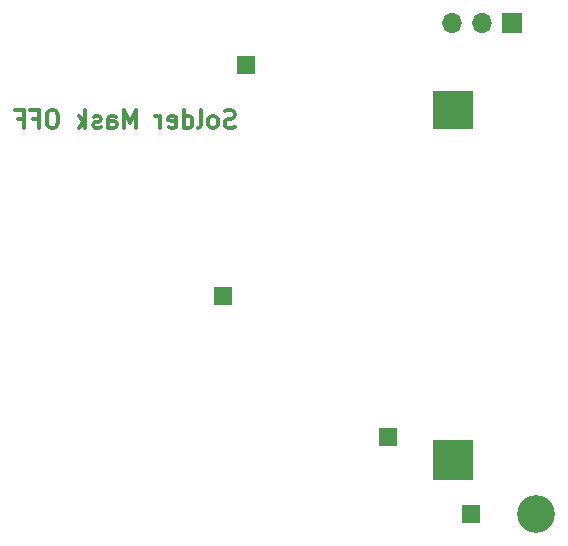
<source format=gbs>
G04 #@! TF.GenerationSoftware,KiCad,Pcbnew,8.0.4*
G04 #@! TF.CreationDate,2025-01-10T10:23:46-05:00*
G04 #@! TF.ProjectId,555 Blink-a-tron SMD,35353520-426c-4696-9e6b-2d612d74726f,rev?*
G04 #@! TF.SameCoordinates,Original*
G04 #@! TF.FileFunction,Soldermask,Bot*
G04 #@! TF.FilePolarity,Negative*
%FSLAX46Y46*%
G04 Gerber Fmt 4.6, Leading zero omitted, Abs format (unit mm)*
G04 Created by KiCad (PCBNEW 8.0.4) date 2025-01-10 10:23:46*
%MOMM*%
%LPD*%
G01*
G04 APERTURE LIST*
%ADD10C,0.300000*%
%ADD11R,1.500000X1.500000*%
%ADD12C,3.200000*%
%ADD13R,1.700000X1.700000*%
%ADD14O,1.700000X1.700000*%
%ADD15R,3.505000X3.250000*%
%ADD16R,3.505000X3.500000*%
G04 APERTURE END LIST*
D10*
X120016917Y-62729400D02*
X119802632Y-62800828D01*
X119802632Y-62800828D02*
X119445489Y-62800828D01*
X119445489Y-62800828D02*
X119302632Y-62729400D01*
X119302632Y-62729400D02*
X119231203Y-62657971D01*
X119231203Y-62657971D02*
X119159774Y-62515114D01*
X119159774Y-62515114D02*
X119159774Y-62372257D01*
X119159774Y-62372257D02*
X119231203Y-62229400D01*
X119231203Y-62229400D02*
X119302632Y-62157971D01*
X119302632Y-62157971D02*
X119445489Y-62086542D01*
X119445489Y-62086542D02*
X119731203Y-62015114D01*
X119731203Y-62015114D02*
X119874060Y-61943685D01*
X119874060Y-61943685D02*
X119945489Y-61872257D01*
X119945489Y-61872257D02*
X120016917Y-61729400D01*
X120016917Y-61729400D02*
X120016917Y-61586542D01*
X120016917Y-61586542D02*
X119945489Y-61443685D01*
X119945489Y-61443685D02*
X119874060Y-61372257D01*
X119874060Y-61372257D02*
X119731203Y-61300828D01*
X119731203Y-61300828D02*
X119374060Y-61300828D01*
X119374060Y-61300828D02*
X119159774Y-61372257D01*
X118302632Y-62800828D02*
X118445489Y-62729400D01*
X118445489Y-62729400D02*
X118516918Y-62657971D01*
X118516918Y-62657971D02*
X118588346Y-62515114D01*
X118588346Y-62515114D02*
X118588346Y-62086542D01*
X118588346Y-62086542D02*
X118516918Y-61943685D01*
X118516918Y-61943685D02*
X118445489Y-61872257D01*
X118445489Y-61872257D02*
X118302632Y-61800828D01*
X118302632Y-61800828D02*
X118088346Y-61800828D01*
X118088346Y-61800828D02*
X117945489Y-61872257D01*
X117945489Y-61872257D02*
X117874061Y-61943685D01*
X117874061Y-61943685D02*
X117802632Y-62086542D01*
X117802632Y-62086542D02*
X117802632Y-62515114D01*
X117802632Y-62515114D02*
X117874061Y-62657971D01*
X117874061Y-62657971D02*
X117945489Y-62729400D01*
X117945489Y-62729400D02*
X118088346Y-62800828D01*
X118088346Y-62800828D02*
X118302632Y-62800828D01*
X116945489Y-62800828D02*
X117088346Y-62729400D01*
X117088346Y-62729400D02*
X117159775Y-62586542D01*
X117159775Y-62586542D02*
X117159775Y-61300828D01*
X115731204Y-62800828D02*
X115731204Y-61300828D01*
X115731204Y-62729400D02*
X115874061Y-62800828D01*
X115874061Y-62800828D02*
X116159775Y-62800828D01*
X116159775Y-62800828D02*
X116302632Y-62729400D01*
X116302632Y-62729400D02*
X116374061Y-62657971D01*
X116374061Y-62657971D02*
X116445489Y-62515114D01*
X116445489Y-62515114D02*
X116445489Y-62086542D01*
X116445489Y-62086542D02*
X116374061Y-61943685D01*
X116374061Y-61943685D02*
X116302632Y-61872257D01*
X116302632Y-61872257D02*
X116159775Y-61800828D01*
X116159775Y-61800828D02*
X115874061Y-61800828D01*
X115874061Y-61800828D02*
X115731204Y-61872257D01*
X114445489Y-62729400D02*
X114588346Y-62800828D01*
X114588346Y-62800828D02*
X114874061Y-62800828D01*
X114874061Y-62800828D02*
X115016918Y-62729400D01*
X115016918Y-62729400D02*
X115088346Y-62586542D01*
X115088346Y-62586542D02*
X115088346Y-62015114D01*
X115088346Y-62015114D02*
X115016918Y-61872257D01*
X115016918Y-61872257D02*
X114874061Y-61800828D01*
X114874061Y-61800828D02*
X114588346Y-61800828D01*
X114588346Y-61800828D02*
X114445489Y-61872257D01*
X114445489Y-61872257D02*
X114374061Y-62015114D01*
X114374061Y-62015114D02*
X114374061Y-62157971D01*
X114374061Y-62157971D02*
X115088346Y-62300828D01*
X113731204Y-62800828D02*
X113731204Y-61800828D01*
X113731204Y-62086542D02*
X113659775Y-61943685D01*
X113659775Y-61943685D02*
X113588347Y-61872257D01*
X113588347Y-61872257D02*
X113445489Y-61800828D01*
X113445489Y-61800828D02*
X113302632Y-61800828D01*
X111659776Y-62800828D02*
X111659776Y-61300828D01*
X111659776Y-61300828D02*
X111159776Y-62372257D01*
X111159776Y-62372257D02*
X110659776Y-61300828D01*
X110659776Y-61300828D02*
X110659776Y-62800828D01*
X109302633Y-62800828D02*
X109302633Y-62015114D01*
X109302633Y-62015114D02*
X109374061Y-61872257D01*
X109374061Y-61872257D02*
X109516918Y-61800828D01*
X109516918Y-61800828D02*
X109802633Y-61800828D01*
X109802633Y-61800828D02*
X109945490Y-61872257D01*
X109302633Y-62729400D02*
X109445490Y-62800828D01*
X109445490Y-62800828D02*
X109802633Y-62800828D01*
X109802633Y-62800828D02*
X109945490Y-62729400D01*
X109945490Y-62729400D02*
X110016918Y-62586542D01*
X110016918Y-62586542D02*
X110016918Y-62443685D01*
X110016918Y-62443685D02*
X109945490Y-62300828D01*
X109945490Y-62300828D02*
X109802633Y-62229400D01*
X109802633Y-62229400D02*
X109445490Y-62229400D01*
X109445490Y-62229400D02*
X109302633Y-62157971D01*
X108659775Y-62729400D02*
X108516918Y-62800828D01*
X108516918Y-62800828D02*
X108231204Y-62800828D01*
X108231204Y-62800828D02*
X108088347Y-62729400D01*
X108088347Y-62729400D02*
X108016918Y-62586542D01*
X108016918Y-62586542D02*
X108016918Y-62515114D01*
X108016918Y-62515114D02*
X108088347Y-62372257D01*
X108088347Y-62372257D02*
X108231204Y-62300828D01*
X108231204Y-62300828D02*
X108445490Y-62300828D01*
X108445490Y-62300828D02*
X108588347Y-62229400D01*
X108588347Y-62229400D02*
X108659775Y-62086542D01*
X108659775Y-62086542D02*
X108659775Y-62015114D01*
X108659775Y-62015114D02*
X108588347Y-61872257D01*
X108588347Y-61872257D02*
X108445490Y-61800828D01*
X108445490Y-61800828D02*
X108231204Y-61800828D01*
X108231204Y-61800828D02*
X108088347Y-61872257D01*
X107374061Y-62800828D02*
X107374061Y-61300828D01*
X107231204Y-62229400D02*
X106802632Y-62800828D01*
X106802632Y-61800828D02*
X107374061Y-62372257D01*
X104731203Y-61300828D02*
X104445489Y-61300828D01*
X104445489Y-61300828D02*
X104302632Y-61372257D01*
X104302632Y-61372257D02*
X104159775Y-61515114D01*
X104159775Y-61515114D02*
X104088346Y-61800828D01*
X104088346Y-61800828D02*
X104088346Y-62300828D01*
X104088346Y-62300828D02*
X104159775Y-62586542D01*
X104159775Y-62586542D02*
X104302632Y-62729400D01*
X104302632Y-62729400D02*
X104445489Y-62800828D01*
X104445489Y-62800828D02*
X104731203Y-62800828D01*
X104731203Y-62800828D02*
X104874061Y-62729400D01*
X104874061Y-62729400D02*
X105016918Y-62586542D01*
X105016918Y-62586542D02*
X105088346Y-62300828D01*
X105088346Y-62300828D02*
X105088346Y-61800828D01*
X105088346Y-61800828D02*
X105016918Y-61515114D01*
X105016918Y-61515114D02*
X104874061Y-61372257D01*
X104874061Y-61372257D02*
X104731203Y-61300828D01*
X102945489Y-62015114D02*
X103445489Y-62015114D01*
X103445489Y-62800828D02*
X103445489Y-61300828D01*
X103445489Y-61300828D02*
X102731203Y-61300828D01*
X101659775Y-62015114D02*
X102159775Y-62015114D01*
X102159775Y-62800828D02*
X102159775Y-61300828D01*
X102159775Y-61300828D02*
X101445489Y-61300828D01*
D11*
X140000000Y-95500000D03*
X119000000Y-77000000D03*
X121000000Y-57500000D03*
D12*
X145500000Y-95500000D03*
D11*
X133000000Y-89000000D03*
D13*
X143480000Y-53900000D03*
D14*
X140940000Y-53900000D03*
X138400000Y-53900000D03*
D15*
X138497500Y-61275000D03*
D16*
X138497500Y-90900000D03*
M02*

</source>
